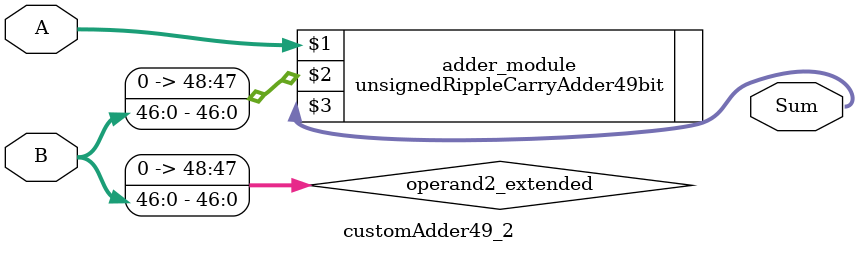
<source format=v>
module customAdder49_2(
                        input [48 : 0] A,
                        input [46 : 0] B,
                        
                        output [49 : 0] Sum
                );

        wire [48 : 0] operand2_extended;
        
        assign operand2_extended =  {2'b0, B};
        
        unsignedRippleCarryAdder49bit adder_module(
            A,
            operand2_extended,
            Sum
        );
        
        endmodule
        
</source>
